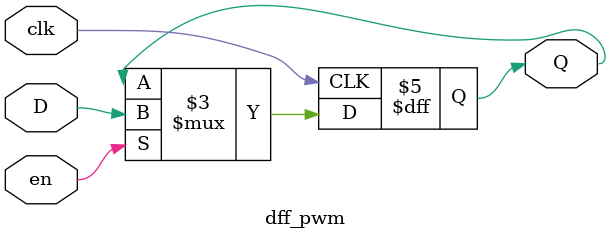
<source format=v>
`timescale 1ns / 1ps


module dff_pwm (clk,en,D,Q);
    input clk,en,D;
    output reg Q;

    always @(posedge clk)
    begin
        if(en==1) // slow clock enable signal
            Q <= D;
    end
endmodule 
</source>
